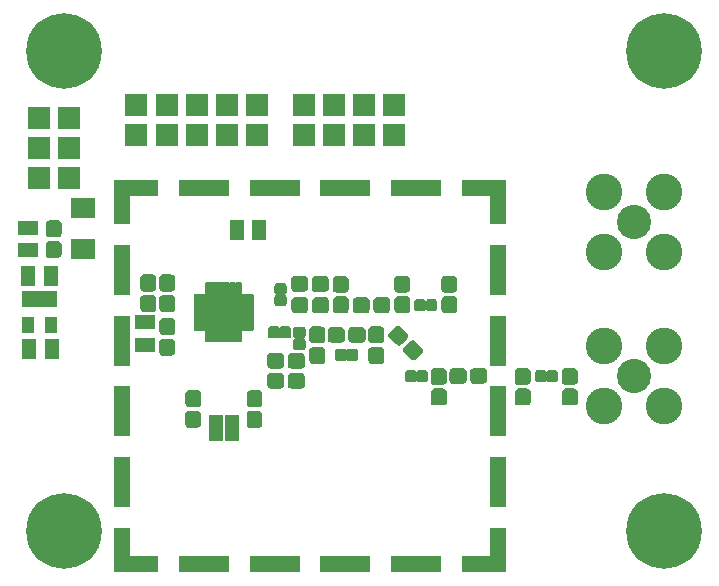
<source format=gbr>
G04 #@! TF.GenerationSoftware,KiCad,Pcbnew,(5.99.0-257-gdf3fabfa2)*
G04 #@! TF.CreationDate,2019-11-06T08:10:32+01:00*
G04 #@! TF.ProjectId,ISM02A,49534d30-3241-42e6-9b69-6361645f7063,REV*
G04 #@! TF.SameCoordinates,Original*
G04 #@! TF.FileFunction,Soldermask,Bot*
G04 #@! TF.FilePolarity,Negative*
%FSLAX46Y46*%
G04 Gerber Fmt 4.6, Leading zero omitted, Abs format (unit mm)*
G04 Created by KiCad (PCBNEW (5.99.0-257-gdf3fabfa2)) date 2019-11-06 08:10:32*
%MOMM*%
%LPD*%
G04 APERTURE LIST*
%ADD10R,1.797000X1.289000*%
%ADD11R,1.289000X1.797000*%
%ADD12R,1.050000X1.460000*%
%ADD13R,2.100000X1.700000*%
%ADD14R,1.924000X1.924000*%
%ADD15C,3.100000*%
%ADD16C,2.900000*%
%ADD17C,6.400000*%
%ADD18R,1.250000X1.150000*%
%ADD19R,4.200000X1.400000*%
%ADD20R,1.400000X4.200000*%
%ADD21R,2.700000X1.400000*%
%ADD22R,1.400000X3.700000*%
%ADD23R,1.400000X2.700000*%
%ADD24R,3.700000X1.400000*%
G04 APERTURE END LIST*
G36*
X163227932Y-107145354D02*
G01*
X163329441Y-107203960D01*
X163404784Y-107293750D01*
X163450000Y-107462500D01*
X163450000Y-108137500D01*
X163429646Y-108252932D01*
X163371040Y-108354441D01*
X163281250Y-108429784D01*
X163112500Y-108475000D01*
X162337500Y-108475000D01*
X162222068Y-108454646D01*
X162120559Y-108396040D01*
X162045216Y-108306250D01*
X162000000Y-108137500D01*
X162000000Y-107462500D01*
X162020354Y-107347068D01*
X162078960Y-107245559D01*
X162168750Y-107170216D01*
X162337500Y-107125000D01*
X163112500Y-107125000D01*
X163227932Y-107145354D01*
G37*
G36*
X164977932Y-107145354D02*
G01*
X165079441Y-107203960D01*
X165154784Y-107293750D01*
X165200000Y-107462500D01*
X165200000Y-108137500D01*
X165179646Y-108252932D01*
X165121040Y-108354441D01*
X165031250Y-108429784D01*
X164862500Y-108475000D01*
X164087500Y-108475000D01*
X163972068Y-108454646D01*
X163870559Y-108396040D01*
X163795216Y-108306250D01*
X163750000Y-108137500D01*
X163750000Y-107462500D01*
X163770354Y-107347068D01*
X163828960Y-107245559D01*
X163918750Y-107170216D01*
X164087500Y-107125000D01*
X164862500Y-107125000D01*
X164977932Y-107145354D01*
G37*
D10*
X136600000Y-100652500D03*
X136600000Y-98747500D03*
D11*
X138552500Y-102800000D03*
X136647500Y-102800000D03*
X138652500Y-109000000D03*
X136747500Y-109000000D03*
G36*
X139252932Y-98120354D02*
G01*
X139354441Y-98178960D01*
X139429784Y-98268750D01*
X139475000Y-98437500D01*
X139475000Y-99212500D01*
X139454646Y-99327932D01*
X139396040Y-99429441D01*
X139306250Y-99504784D01*
X139137500Y-99550000D01*
X138462500Y-99550000D01*
X138347068Y-99529646D01*
X138245559Y-99471040D01*
X138170216Y-99381250D01*
X138125000Y-99212500D01*
X138125000Y-98437500D01*
X138145354Y-98322068D01*
X138203960Y-98220559D01*
X138293750Y-98145216D01*
X138462500Y-98100000D01*
X139137500Y-98100000D01*
X139252932Y-98120354D01*
G37*
G36*
X139252932Y-99870354D02*
G01*
X139354441Y-99928960D01*
X139429784Y-100018750D01*
X139475000Y-100187500D01*
X139475000Y-100962500D01*
X139454646Y-101077932D01*
X139396040Y-101179441D01*
X139306250Y-101254784D01*
X139137500Y-101300000D01*
X138462500Y-101300000D01*
X138347068Y-101279646D01*
X138245559Y-101221040D01*
X138170216Y-101131250D01*
X138125000Y-100962500D01*
X138125000Y-100187500D01*
X138145354Y-100072068D01*
X138203960Y-99970559D01*
X138293750Y-99895216D01*
X138462500Y-99850000D01*
X139137500Y-99850000D01*
X139252932Y-99870354D01*
G37*
D12*
X136650000Y-104800000D03*
X137600000Y-104800000D03*
X138550000Y-104800000D03*
X138550000Y-107000000D03*
X136650000Y-107000000D03*
G36*
X157757214Y-107098840D02*
G01*
X157837509Y-107152491D01*
X157891160Y-107232786D01*
X157910000Y-107327500D01*
X157910000Y-107872500D01*
X157891160Y-107967214D01*
X157837509Y-108047509D01*
X157757214Y-108101160D01*
X157662500Y-108120000D01*
X157167500Y-108120000D01*
X157072786Y-108101160D01*
X156992491Y-108047509D01*
X156938840Y-107967214D01*
X156920000Y-107872500D01*
X156920000Y-107327500D01*
X156938840Y-107232786D01*
X156992491Y-107152491D01*
X157072786Y-107098840D01*
X157167500Y-107080000D01*
X157662500Y-107080000D01*
X157757214Y-107098840D01*
G37*
G36*
X158727214Y-107098840D02*
G01*
X158807509Y-107152491D01*
X158861160Y-107232786D01*
X158880000Y-107327500D01*
X158880000Y-107872500D01*
X158861160Y-107967214D01*
X158807509Y-108047509D01*
X158727214Y-108101160D01*
X158632500Y-108120000D01*
X158137500Y-108120000D01*
X158042786Y-108101160D01*
X157962491Y-108047509D01*
X157908840Y-107967214D01*
X157890000Y-107872500D01*
X157890000Y-107327500D01*
X157908840Y-107232786D01*
X157962491Y-107152491D01*
X158042786Y-107098840D01*
X158137500Y-107080000D01*
X158632500Y-107080000D01*
X158727214Y-107098840D01*
G37*
G36*
X156252932Y-114270354D02*
G01*
X156354441Y-114328960D01*
X156429784Y-114418750D01*
X156475000Y-114587500D01*
X156475000Y-115362500D01*
X156454646Y-115477932D01*
X156396040Y-115579441D01*
X156306250Y-115654784D01*
X156137500Y-115700000D01*
X155462500Y-115700000D01*
X155347068Y-115679646D01*
X155245559Y-115621040D01*
X155170216Y-115531250D01*
X155125000Y-115362500D01*
X155125000Y-114587500D01*
X155145354Y-114472068D01*
X155203960Y-114370559D01*
X155293750Y-114295216D01*
X155462500Y-114250000D01*
X156137500Y-114250000D01*
X156252932Y-114270354D01*
G37*
G36*
X156252932Y-112520354D02*
G01*
X156354441Y-112578960D01*
X156429784Y-112668750D01*
X156475000Y-112837500D01*
X156475000Y-113612500D01*
X156454646Y-113727932D01*
X156396040Y-113829441D01*
X156306250Y-113904784D01*
X156137500Y-113950000D01*
X155462500Y-113950000D01*
X155347068Y-113929646D01*
X155245559Y-113871040D01*
X155170216Y-113781250D01*
X155125000Y-113612500D01*
X155125000Y-112837500D01*
X155145354Y-112722068D01*
X155203960Y-112620559D01*
X155293750Y-112545216D01*
X155462500Y-112500000D01*
X156137500Y-112500000D01*
X156252932Y-112520354D01*
G37*
G36*
X151052932Y-112520354D02*
G01*
X151154441Y-112578960D01*
X151229784Y-112668750D01*
X151275000Y-112837500D01*
X151275000Y-113612500D01*
X151254646Y-113727932D01*
X151196040Y-113829441D01*
X151106250Y-113904784D01*
X150937500Y-113950000D01*
X150262500Y-113950000D01*
X150147068Y-113929646D01*
X150045559Y-113871040D01*
X149970216Y-113781250D01*
X149925000Y-113612500D01*
X149925000Y-112837500D01*
X149945354Y-112722068D01*
X150003960Y-112620559D01*
X150093750Y-112545216D01*
X150262500Y-112500000D01*
X150937500Y-112500000D01*
X151052932Y-112520354D01*
G37*
G36*
X151052932Y-114270354D02*
G01*
X151154441Y-114328960D01*
X151229784Y-114418750D01*
X151275000Y-114587500D01*
X151275000Y-115362500D01*
X151254646Y-115477932D01*
X151196040Y-115579441D01*
X151106250Y-115654784D01*
X150937500Y-115700000D01*
X150262500Y-115700000D01*
X150147068Y-115679646D01*
X150045559Y-115621040D01*
X149970216Y-115531250D01*
X149925000Y-115362500D01*
X149925000Y-114587500D01*
X149945354Y-114472068D01*
X150003960Y-114370559D01*
X150093750Y-114295216D01*
X150262500Y-114250000D01*
X150937500Y-114250000D01*
X151052932Y-114270354D01*
G37*
G36*
X148852932Y-108170354D02*
G01*
X148954441Y-108228960D01*
X149029784Y-108318750D01*
X149075000Y-108487500D01*
X149075000Y-109262500D01*
X149054646Y-109377932D01*
X148996040Y-109479441D01*
X148906250Y-109554784D01*
X148737500Y-109600000D01*
X148062500Y-109600000D01*
X147947068Y-109579646D01*
X147845559Y-109521040D01*
X147770216Y-109431250D01*
X147725000Y-109262500D01*
X147725000Y-108487500D01*
X147745354Y-108372068D01*
X147803960Y-108270559D01*
X147893750Y-108195216D01*
X148062500Y-108150000D01*
X148737500Y-108150000D01*
X148852932Y-108170354D01*
G37*
G36*
X148852932Y-106420354D02*
G01*
X148954441Y-106478960D01*
X149029784Y-106568750D01*
X149075000Y-106737500D01*
X149075000Y-107512500D01*
X149054646Y-107627932D01*
X148996040Y-107729441D01*
X148906250Y-107804784D01*
X148737500Y-107850000D01*
X148062500Y-107850000D01*
X147947068Y-107829646D01*
X147845559Y-107771040D01*
X147770216Y-107681250D01*
X147725000Y-107512500D01*
X147725000Y-106737500D01*
X147745354Y-106622068D01*
X147803960Y-106520559D01*
X147893750Y-106445216D01*
X148062500Y-106400000D01*
X148737500Y-106400000D01*
X148852932Y-106420354D01*
G37*
G36*
X147252932Y-102720354D02*
G01*
X147354441Y-102778960D01*
X147429784Y-102868750D01*
X147475000Y-103037500D01*
X147475000Y-103812500D01*
X147454646Y-103927932D01*
X147396040Y-104029441D01*
X147306250Y-104104784D01*
X147137500Y-104150000D01*
X146462500Y-104150000D01*
X146347068Y-104129646D01*
X146245559Y-104071040D01*
X146170216Y-103981250D01*
X146125000Y-103812500D01*
X146125000Y-103037500D01*
X146145354Y-102922068D01*
X146203960Y-102820559D01*
X146293750Y-102745216D01*
X146462500Y-102700000D01*
X147137500Y-102700000D01*
X147252932Y-102720354D01*
G37*
G36*
X147252932Y-104470354D02*
G01*
X147354441Y-104528960D01*
X147429784Y-104618750D01*
X147475000Y-104787500D01*
X147475000Y-105562500D01*
X147454646Y-105677932D01*
X147396040Y-105779441D01*
X147306250Y-105854784D01*
X147137500Y-105900000D01*
X146462500Y-105900000D01*
X146347068Y-105879646D01*
X146245559Y-105821040D01*
X146170216Y-105731250D01*
X146125000Y-105562500D01*
X146125000Y-104787500D01*
X146145354Y-104672068D01*
X146203960Y-104570559D01*
X146293750Y-104495216D01*
X146462500Y-104450000D01*
X147137500Y-104450000D01*
X147252932Y-104470354D01*
G37*
G36*
X148852932Y-102720354D02*
G01*
X148954441Y-102778960D01*
X149029784Y-102868750D01*
X149075000Y-103037500D01*
X149075000Y-103812500D01*
X149054646Y-103927932D01*
X148996040Y-104029441D01*
X148906250Y-104104784D01*
X148737500Y-104150000D01*
X148062500Y-104150000D01*
X147947068Y-104129646D01*
X147845559Y-104071040D01*
X147770216Y-103981250D01*
X147725000Y-103812500D01*
X147725000Y-103037500D01*
X147745354Y-102922068D01*
X147803960Y-102820559D01*
X147893750Y-102745216D01*
X148062500Y-102700000D01*
X148737500Y-102700000D01*
X148852932Y-102720354D01*
G37*
G36*
X148852932Y-104470354D02*
G01*
X148954441Y-104528960D01*
X149029784Y-104618750D01*
X149075000Y-104787500D01*
X149075000Y-105562500D01*
X149054646Y-105677932D01*
X148996040Y-105779441D01*
X148906250Y-105854784D01*
X148737500Y-105900000D01*
X148062500Y-105900000D01*
X147947068Y-105879646D01*
X147845559Y-105821040D01*
X147770216Y-105731250D01*
X147725000Y-105562500D01*
X147725000Y-104787500D01*
X147745354Y-104672068D01*
X147803960Y-104570559D01*
X147893750Y-104495216D01*
X148062500Y-104450000D01*
X148737500Y-104450000D01*
X148852932Y-104470354D01*
G37*
G36*
X158102932Y-111045354D02*
G01*
X158204441Y-111103960D01*
X158279784Y-111193750D01*
X158325000Y-111362500D01*
X158325000Y-112037500D01*
X158304646Y-112152932D01*
X158246040Y-112254441D01*
X158156250Y-112329784D01*
X157987500Y-112375000D01*
X157212500Y-112375000D01*
X157097068Y-112354646D01*
X156995559Y-112296040D01*
X156920216Y-112206250D01*
X156875000Y-112037500D01*
X156875000Y-111362500D01*
X156895354Y-111247068D01*
X156953960Y-111145559D01*
X157043750Y-111070216D01*
X157212500Y-111025000D01*
X157987500Y-111025000D01*
X158102932Y-111045354D01*
G37*
G36*
X159852932Y-111045354D02*
G01*
X159954441Y-111103960D01*
X160029784Y-111193750D01*
X160075000Y-111362500D01*
X160075000Y-112037500D01*
X160054646Y-112152932D01*
X159996040Y-112254441D01*
X159906250Y-112329784D01*
X159737500Y-112375000D01*
X158962500Y-112375000D01*
X158847068Y-112354646D01*
X158745559Y-112296040D01*
X158670216Y-112206250D01*
X158625000Y-112037500D01*
X158625000Y-111362500D01*
X158645354Y-111247068D01*
X158703960Y-111145559D01*
X158793750Y-111070216D01*
X158962500Y-111025000D01*
X159737500Y-111025000D01*
X159852932Y-111045354D01*
G37*
G36*
X160127932Y-102845354D02*
G01*
X160229441Y-102903960D01*
X160304784Y-102993750D01*
X160350000Y-103162500D01*
X160350000Y-103837500D01*
X160329646Y-103952932D01*
X160271040Y-104054441D01*
X160181250Y-104129784D01*
X160012500Y-104175000D01*
X159237500Y-104175000D01*
X159122068Y-104154646D01*
X159020559Y-104096040D01*
X158945216Y-104006250D01*
X158900000Y-103837500D01*
X158900000Y-103162500D01*
X158920354Y-103047068D01*
X158978960Y-102945559D01*
X159068750Y-102870216D01*
X159237500Y-102825000D01*
X160012500Y-102825000D01*
X160127932Y-102845354D01*
G37*
G36*
X161877932Y-102845354D02*
G01*
X161979441Y-102903960D01*
X162054784Y-102993750D01*
X162100000Y-103162500D01*
X162100000Y-103837500D01*
X162079646Y-103952932D01*
X162021040Y-104054441D01*
X161931250Y-104129784D01*
X161762500Y-104175000D01*
X160987500Y-104175000D01*
X160872068Y-104154646D01*
X160770559Y-104096040D01*
X160695216Y-104006250D01*
X160650000Y-103837500D01*
X160650000Y-103162500D01*
X160670354Y-103047068D01*
X160728960Y-102945559D01*
X160818750Y-102870216D01*
X160987500Y-102825000D01*
X161762500Y-102825000D01*
X161877932Y-102845354D01*
G37*
G36*
X159852932Y-109345354D02*
G01*
X159954441Y-109403960D01*
X160029784Y-109493750D01*
X160075000Y-109662500D01*
X160075000Y-110337500D01*
X160054646Y-110452932D01*
X159996040Y-110554441D01*
X159906250Y-110629784D01*
X159737500Y-110675000D01*
X158962500Y-110675000D01*
X158847068Y-110654646D01*
X158745559Y-110596040D01*
X158670216Y-110506250D01*
X158625000Y-110337500D01*
X158625000Y-109662500D01*
X158645354Y-109547068D01*
X158703960Y-109445559D01*
X158793750Y-109370216D01*
X158962500Y-109325000D01*
X159737500Y-109325000D01*
X159852932Y-109345354D01*
G37*
G36*
X158102932Y-109345354D02*
G01*
X158204441Y-109403960D01*
X158279784Y-109493750D01*
X158325000Y-109662500D01*
X158325000Y-110337500D01*
X158304646Y-110452932D01*
X158246040Y-110554441D01*
X158156250Y-110629784D01*
X157987500Y-110675000D01*
X157212500Y-110675000D01*
X157097068Y-110654646D01*
X156995559Y-110596040D01*
X156920216Y-110506250D01*
X156875000Y-110337500D01*
X156875000Y-109662500D01*
X156895354Y-109547068D01*
X156953960Y-109445559D01*
X157043750Y-109370216D01*
X157212500Y-109325000D01*
X157987500Y-109325000D01*
X158102932Y-109345354D01*
G37*
G36*
X161877932Y-104645354D02*
G01*
X161979441Y-104703960D01*
X162054784Y-104793750D01*
X162100000Y-104962500D01*
X162100000Y-105637500D01*
X162079646Y-105752932D01*
X162021040Y-105854441D01*
X161931250Y-105929784D01*
X161762500Y-105975000D01*
X160987500Y-105975000D01*
X160872068Y-105954646D01*
X160770559Y-105896040D01*
X160695216Y-105806250D01*
X160650000Y-105637500D01*
X160650000Y-104962500D01*
X160670354Y-104847068D01*
X160728960Y-104745559D01*
X160818750Y-104670216D01*
X160987500Y-104625000D01*
X161762500Y-104625000D01*
X161877932Y-104645354D01*
G37*
G36*
X160127932Y-104645354D02*
G01*
X160229441Y-104703960D01*
X160304784Y-104793750D01*
X160350000Y-104962500D01*
X160350000Y-105637500D01*
X160329646Y-105752932D01*
X160271040Y-105854441D01*
X160181250Y-105929784D01*
X160012500Y-105975000D01*
X159237500Y-105975000D01*
X159122068Y-105954646D01*
X159020559Y-105896040D01*
X158945216Y-105806250D01*
X158900000Y-105637500D01*
X158900000Y-104962500D01*
X158920354Y-104847068D01*
X158978960Y-104745559D01*
X159068750Y-104670216D01*
X159237500Y-104625000D01*
X160012500Y-104625000D01*
X160127932Y-104645354D01*
G37*
G36*
X161552932Y-107120354D02*
G01*
X161654441Y-107178960D01*
X161729784Y-107268750D01*
X161775000Y-107437500D01*
X161775000Y-108212500D01*
X161754646Y-108327932D01*
X161696040Y-108429441D01*
X161606250Y-108504784D01*
X161437500Y-108550000D01*
X160762500Y-108550000D01*
X160647068Y-108529646D01*
X160545559Y-108471040D01*
X160470216Y-108381250D01*
X160425000Y-108212500D01*
X160425000Y-107437500D01*
X160445354Y-107322068D01*
X160503960Y-107220559D01*
X160593750Y-107145216D01*
X160762500Y-107100000D01*
X161437500Y-107100000D01*
X161552932Y-107120354D01*
G37*
G36*
X161552932Y-108870354D02*
G01*
X161654441Y-108928960D01*
X161729784Y-109018750D01*
X161775000Y-109187500D01*
X161775000Y-109962500D01*
X161754646Y-110077932D01*
X161696040Y-110179441D01*
X161606250Y-110254784D01*
X161437500Y-110300000D01*
X160762500Y-110300000D01*
X160647068Y-110279646D01*
X160545559Y-110221040D01*
X160470216Y-110131250D01*
X160425000Y-109962500D01*
X160425000Y-109187500D01*
X160445354Y-109072068D01*
X160503960Y-108970559D01*
X160593750Y-108895216D01*
X160762500Y-108850000D01*
X161437500Y-108850000D01*
X161552932Y-108870354D01*
G37*
G36*
X163552932Y-102820354D02*
G01*
X163654441Y-102878960D01*
X163729784Y-102968750D01*
X163775000Y-103137500D01*
X163775000Y-103912500D01*
X163754646Y-104027932D01*
X163696040Y-104129441D01*
X163606250Y-104204784D01*
X163437500Y-104250000D01*
X162762500Y-104250000D01*
X162647068Y-104229646D01*
X162545559Y-104171040D01*
X162470216Y-104081250D01*
X162425000Y-103912500D01*
X162425000Y-103137500D01*
X162445354Y-103022068D01*
X162503960Y-102920559D01*
X162593750Y-102845216D01*
X162762500Y-102800000D01*
X163437500Y-102800000D01*
X163552932Y-102820354D01*
G37*
G36*
X163552932Y-104570354D02*
G01*
X163654441Y-104628960D01*
X163729784Y-104718750D01*
X163775000Y-104887500D01*
X163775000Y-105662500D01*
X163754646Y-105777932D01*
X163696040Y-105879441D01*
X163606250Y-105954784D01*
X163437500Y-106000000D01*
X162762500Y-106000000D01*
X162647068Y-105979646D01*
X162545559Y-105921040D01*
X162470216Y-105831250D01*
X162425000Y-105662500D01*
X162425000Y-104887500D01*
X162445354Y-104772068D01*
X162503960Y-104670559D01*
X162593750Y-104595216D01*
X162762500Y-104550000D01*
X163437500Y-104550000D01*
X163552932Y-104570354D01*
G37*
G36*
X166552932Y-108870354D02*
G01*
X166654441Y-108928960D01*
X166729784Y-109018750D01*
X166775000Y-109187500D01*
X166775000Y-109962500D01*
X166754646Y-110077932D01*
X166696040Y-110179441D01*
X166606250Y-110254784D01*
X166437500Y-110300000D01*
X165762500Y-110300000D01*
X165647068Y-110279646D01*
X165545559Y-110221040D01*
X165470216Y-110131250D01*
X165425000Y-109962500D01*
X165425000Y-109187500D01*
X165445354Y-109072068D01*
X165503960Y-108970559D01*
X165593750Y-108895216D01*
X165762500Y-108850000D01*
X166437500Y-108850000D01*
X166552932Y-108870354D01*
G37*
G36*
X166552932Y-107120354D02*
G01*
X166654441Y-107178960D01*
X166729784Y-107268750D01*
X166775000Y-107437500D01*
X166775000Y-108212500D01*
X166754646Y-108327932D01*
X166696040Y-108429441D01*
X166606250Y-108504784D01*
X166437500Y-108550000D01*
X165762500Y-108550000D01*
X165647068Y-108529646D01*
X165545559Y-108471040D01*
X165470216Y-108381250D01*
X165425000Y-108212500D01*
X165425000Y-107437500D01*
X165445354Y-107322068D01*
X165503960Y-107220559D01*
X165593750Y-107145216D01*
X165762500Y-107100000D01*
X166437500Y-107100000D01*
X166552932Y-107120354D01*
G37*
G36*
X169270714Y-108280066D02*
G01*
X169422012Y-108367417D01*
X169970019Y-108915424D01*
X170037249Y-109011439D01*
X170067586Y-109124658D01*
X170057370Y-109241424D01*
X169970019Y-109392722D01*
X169492722Y-109870019D01*
X169396707Y-109937249D01*
X169283488Y-109967586D01*
X169166722Y-109957370D01*
X169015424Y-109870019D01*
X168467417Y-109322012D01*
X168400187Y-109225997D01*
X168369850Y-109112778D01*
X168380066Y-108996012D01*
X168467417Y-108844714D01*
X168944714Y-108367417D01*
X169040729Y-108300187D01*
X169153948Y-108269850D01*
X169270714Y-108280066D01*
G37*
G36*
X168033278Y-107042630D02*
G01*
X168184576Y-107129981D01*
X168732583Y-107677988D01*
X168799813Y-107774003D01*
X168830150Y-107887222D01*
X168819934Y-108003988D01*
X168732583Y-108155286D01*
X168255286Y-108632583D01*
X168159271Y-108699813D01*
X168046052Y-108730150D01*
X167929286Y-108719934D01*
X167777988Y-108632583D01*
X167229981Y-108084576D01*
X167162751Y-107988561D01*
X167132414Y-107875342D01*
X167142630Y-107758576D01*
X167229981Y-107607278D01*
X167707278Y-107129981D01*
X167803293Y-107062751D01*
X167916512Y-107032414D01*
X168033278Y-107042630D01*
G37*
G36*
X171852932Y-112370354D02*
G01*
X171954441Y-112428960D01*
X172029784Y-112518750D01*
X172075000Y-112687500D01*
X172075000Y-113462500D01*
X172054646Y-113577932D01*
X171996040Y-113679441D01*
X171906250Y-113754784D01*
X171737500Y-113800000D01*
X171062500Y-113800000D01*
X170947068Y-113779646D01*
X170845559Y-113721040D01*
X170770216Y-113631250D01*
X170725000Y-113462500D01*
X170725000Y-112687500D01*
X170745354Y-112572068D01*
X170803960Y-112470559D01*
X170893750Y-112395216D01*
X171062500Y-112350000D01*
X171737500Y-112350000D01*
X171852932Y-112370354D01*
G37*
G36*
X171852932Y-110620354D02*
G01*
X171954441Y-110678960D01*
X172029784Y-110768750D01*
X172075000Y-110937500D01*
X172075000Y-111712500D01*
X172054646Y-111827932D01*
X171996040Y-111929441D01*
X171906250Y-112004784D01*
X171737500Y-112050000D01*
X171062500Y-112050000D01*
X170947068Y-112029646D01*
X170845559Y-111971040D01*
X170770216Y-111881250D01*
X170725000Y-111712500D01*
X170725000Y-110937500D01*
X170745354Y-110822068D01*
X170803960Y-110720559D01*
X170893750Y-110645216D01*
X171062500Y-110600000D01*
X171737500Y-110600000D01*
X171852932Y-110620354D01*
G37*
G36*
X175277932Y-110645354D02*
G01*
X175379441Y-110703960D01*
X175454784Y-110793750D01*
X175500000Y-110962500D01*
X175500000Y-111637500D01*
X175479646Y-111752932D01*
X175421040Y-111854441D01*
X175331250Y-111929784D01*
X175162500Y-111975000D01*
X174387500Y-111975000D01*
X174272068Y-111954646D01*
X174170559Y-111896040D01*
X174095216Y-111806250D01*
X174050000Y-111637500D01*
X174050000Y-110962500D01*
X174070354Y-110847068D01*
X174128960Y-110745559D01*
X174218750Y-110670216D01*
X174387500Y-110625000D01*
X175162500Y-110625000D01*
X175277932Y-110645354D01*
G37*
G36*
X173527932Y-110645354D02*
G01*
X173629441Y-110703960D01*
X173704784Y-110793750D01*
X173750000Y-110962500D01*
X173750000Y-111637500D01*
X173729646Y-111752932D01*
X173671040Y-111854441D01*
X173581250Y-111929784D01*
X173412500Y-111975000D01*
X172637500Y-111975000D01*
X172522068Y-111954646D01*
X172420559Y-111896040D01*
X172345216Y-111806250D01*
X172300000Y-111637500D01*
X172300000Y-110962500D01*
X172320354Y-110847068D01*
X172378960Y-110745559D01*
X172468750Y-110670216D01*
X172637500Y-110625000D01*
X173412500Y-110625000D01*
X173527932Y-110645354D01*
G37*
G36*
X165327932Y-104645354D02*
G01*
X165429441Y-104703960D01*
X165504784Y-104793750D01*
X165550000Y-104962500D01*
X165550000Y-105637500D01*
X165529646Y-105752932D01*
X165471040Y-105854441D01*
X165381250Y-105929784D01*
X165212500Y-105975000D01*
X164437500Y-105975000D01*
X164322068Y-105954646D01*
X164220559Y-105896040D01*
X164145216Y-105806250D01*
X164100000Y-105637500D01*
X164100000Y-104962500D01*
X164120354Y-104847068D01*
X164178960Y-104745559D01*
X164268750Y-104670216D01*
X164437500Y-104625000D01*
X165212500Y-104625000D01*
X165327932Y-104645354D01*
G37*
G36*
X167077932Y-104645354D02*
G01*
X167179441Y-104703960D01*
X167254784Y-104793750D01*
X167300000Y-104962500D01*
X167300000Y-105637500D01*
X167279646Y-105752932D01*
X167221040Y-105854441D01*
X167131250Y-105929784D01*
X166962500Y-105975000D01*
X166187500Y-105975000D01*
X166072068Y-105954646D01*
X165970559Y-105896040D01*
X165895216Y-105806250D01*
X165850000Y-105637500D01*
X165850000Y-104962500D01*
X165870354Y-104847068D01*
X165928960Y-104745559D01*
X166018750Y-104670216D01*
X166187500Y-104625000D01*
X166962500Y-104625000D01*
X167077932Y-104645354D01*
G37*
G36*
X178952932Y-110620354D02*
G01*
X179054441Y-110678960D01*
X179129784Y-110768750D01*
X179175000Y-110937500D01*
X179175000Y-111712500D01*
X179154646Y-111827932D01*
X179096040Y-111929441D01*
X179006250Y-112004784D01*
X178837500Y-112050000D01*
X178162500Y-112050000D01*
X178047068Y-112029646D01*
X177945559Y-111971040D01*
X177870216Y-111881250D01*
X177825000Y-111712500D01*
X177825000Y-110937500D01*
X177845354Y-110822068D01*
X177903960Y-110720559D01*
X177993750Y-110645216D01*
X178162500Y-110600000D01*
X178837500Y-110600000D01*
X178952932Y-110620354D01*
G37*
G36*
X178952932Y-112370354D02*
G01*
X179054441Y-112428960D01*
X179129784Y-112518750D01*
X179175000Y-112687500D01*
X179175000Y-113462500D01*
X179154646Y-113577932D01*
X179096040Y-113679441D01*
X179006250Y-113754784D01*
X178837500Y-113800000D01*
X178162500Y-113800000D01*
X178047068Y-113779646D01*
X177945559Y-113721040D01*
X177870216Y-113631250D01*
X177825000Y-113462500D01*
X177825000Y-112687500D01*
X177845354Y-112572068D01*
X177903960Y-112470559D01*
X177993750Y-112395216D01*
X178162500Y-112350000D01*
X178837500Y-112350000D01*
X178952932Y-112370354D01*
G37*
G36*
X168752932Y-102820354D02*
G01*
X168854441Y-102878960D01*
X168929784Y-102968750D01*
X168975000Y-103137500D01*
X168975000Y-103912500D01*
X168954646Y-104027932D01*
X168896040Y-104129441D01*
X168806250Y-104204784D01*
X168637500Y-104250000D01*
X167962500Y-104250000D01*
X167847068Y-104229646D01*
X167745559Y-104171040D01*
X167670216Y-104081250D01*
X167625000Y-103912500D01*
X167625000Y-103137500D01*
X167645354Y-103022068D01*
X167703960Y-102920559D01*
X167793750Y-102845216D01*
X167962500Y-102800000D01*
X168637500Y-102800000D01*
X168752932Y-102820354D01*
G37*
G36*
X168752932Y-104570354D02*
G01*
X168854441Y-104628960D01*
X168929784Y-104718750D01*
X168975000Y-104887500D01*
X168975000Y-105662500D01*
X168954646Y-105777932D01*
X168896040Y-105879441D01*
X168806250Y-105954784D01*
X168637500Y-106000000D01*
X167962500Y-106000000D01*
X167847068Y-105979646D01*
X167745559Y-105921040D01*
X167670216Y-105831250D01*
X167625000Y-105662500D01*
X167625000Y-104887500D01*
X167645354Y-104772068D01*
X167703960Y-104670559D01*
X167793750Y-104595216D01*
X167962500Y-104550000D01*
X168637500Y-104550000D01*
X168752932Y-104570354D01*
G37*
G36*
X182952932Y-112370354D02*
G01*
X183054441Y-112428960D01*
X183129784Y-112518750D01*
X183175000Y-112687500D01*
X183175000Y-113462500D01*
X183154646Y-113577932D01*
X183096040Y-113679441D01*
X183006250Y-113754784D01*
X182837500Y-113800000D01*
X182162500Y-113800000D01*
X182047068Y-113779646D01*
X181945559Y-113721040D01*
X181870216Y-113631250D01*
X181825000Y-113462500D01*
X181825000Y-112687500D01*
X181845354Y-112572068D01*
X181903960Y-112470559D01*
X181993750Y-112395216D01*
X182162500Y-112350000D01*
X182837500Y-112350000D01*
X182952932Y-112370354D01*
G37*
G36*
X182952932Y-110620354D02*
G01*
X183054441Y-110678960D01*
X183129784Y-110768750D01*
X183175000Y-110937500D01*
X183175000Y-111712500D01*
X183154646Y-111827932D01*
X183096040Y-111929441D01*
X183006250Y-112004784D01*
X182837500Y-112050000D01*
X182162500Y-112050000D01*
X182047068Y-112029646D01*
X181945559Y-111971040D01*
X181870216Y-111881250D01*
X181825000Y-111712500D01*
X181825000Y-110937500D01*
X181845354Y-110822068D01*
X181903960Y-110720559D01*
X181993750Y-110645216D01*
X182162500Y-110600000D01*
X182837500Y-110600000D01*
X182952932Y-110620354D01*
G37*
G36*
X172752932Y-104570354D02*
G01*
X172854441Y-104628960D01*
X172929784Y-104718750D01*
X172975000Y-104887500D01*
X172975000Y-105662500D01*
X172954646Y-105777932D01*
X172896040Y-105879441D01*
X172806250Y-105954784D01*
X172637500Y-106000000D01*
X171962500Y-106000000D01*
X171847068Y-105979646D01*
X171745559Y-105921040D01*
X171670216Y-105831250D01*
X171625000Y-105662500D01*
X171625000Y-104887500D01*
X171645354Y-104772068D01*
X171703960Y-104670559D01*
X171793750Y-104595216D01*
X171962500Y-104550000D01*
X172637500Y-104550000D01*
X172752932Y-104570354D01*
G37*
G36*
X172752932Y-102820354D02*
G01*
X172854441Y-102878960D01*
X172929784Y-102968750D01*
X172975000Y-103137500D01*
X172975000Y-103912500D01*
X172954646Y-104027932D01*
X172896040Y-104129441D01*
X172806250Y-104204784D01*
X172637500Y-104250000D01*
X171962500Y-104250000D01*
X171847068Y-104229646D01*
X171745559Y-104171040D01*
X171670216Y-104081250D01*
X171625000Y-103912500D01*
X171625000Y-103137500D01*
X171645354Y-103022068D01*
X171703960Y-102920559D01*
X171793750Y-102845216D01*
X171962500Y-102800000D01*
X172637500Y-102800000D01*
X172752932Y-102820354D01*
G37*
D13*
X141300000Y-100550000D03*
X141300000Y-97050000D03*
D14*
X137530000Y-89460000D03*
X140070000Y-89460000D03*
X137530000Y-92000000D03*
X140070000Y-92000000D03*
X137530000Y-94540000D03*
X140070000Y-94540000D03*
X156000000Y-88330000D03*
X156000000Y-90870000D03*
X165100000Y-90870000D03*
X165100000Y-88330000D03*
X160000000Y-90870000D03*
X160000000Y-88330000D03*
X162550000Y-88330000D03*
X162550000Y-90870000D03*
X167650000Y-90870000D03*
X167650000Y-88330000D03*
X150900000Y-88330000D03*
X150900000Y-90870000D03*
X148350000Y-90870000D03*
X148350000Y-88330000D03*
X145800000Y-90870000D03*
X145800000Y-88330000D03*
X153450000Y-88330000D03*
X153450000Y-90870000D03*
D15*
X190440000Y-108760000D03*
X185360000Y-108760000D03*
X185360000Y-113840000D03*
X190440000Y-113840000D03*
D16*
X187900000Y-111300000D03*
X187900000Y-98300000D03*
D15*
X190440000Y-100840000D03*
X185360000Y-100840000D03*
X185360000Y-95760000D03*
X190440000Y-95760000D03*
D10*
X146500000Y-108652500D03*
X146500000Y-106747500D03*
G36*
X158367214Y-103438840D02*
G01*
X158447509Y-103492491D01*
X158501160Y-103572786D01*
X158520000Y-103667500D01*
X158520000Y-104162500D01*
X158501160Y-104257214D01*
X158447509Y-104337509D01*
X158367214Y-104391160D01*
X158272500Y-104410000D01*
X157727500Y-104410000D01*
X157632786Y-104391160D01*
X157552491Y-104337509D01*
X157498840Y-104257214D01*
X157480000Y-104162500D01*
X157480000Y-103667500D01*
X157498840Y-103572786D01*
X157552491Y-103492491D01*
X157632786Y-103438840D01*
X157727500Y-103420000D01*
X158272500Y-103420000D01*
X158367214Y-103438840D01*
G37*
G36*
X158367214Y-104408840D02*
G01*
X158447509Y-104462491D01*
X158501160Y-104542786D01*
X158520000Y-104637500D01*
X158520000Y-105132500D01*
X158501160Y-105227214D01*
X158447509Y-105307509D01*
X158367214Y-105361160D01*
X158272500Y-105380000D01*
X157727500Y-105380000D01*
X157632786Y-105361160D01*
X157552491Y-105307509D01*
X157498840Y-105227214D01*
X157480000Y-105132500D01*
X157480000Y-104637500D01*
X157498840Y-104542786D01*
X157552491Y-104462491D01*
X157632786Y-104408840D01*
X157727500Y-104390000D01*
X158272500Y-104390000D01*
X158367214Y-104408840D01*
G37*
G36*
X159967214Y-108108840D02*
G01*
X160047509Y-108162491D01*
X160101160Y-108242786D01*
X160120000Y-108337500D01*
X160120000Y-108832500D01*
X160101160Y-108927214D01*
X160047509Y-109007509D01*
X159967214Y-109061160D01*
X159872500Y-109080000D01*
X159327500Y-109080000D01*
X159232786Y-109061160D01*
X159152491Y-109007509D01*
X159098840Y-108927214D01*
X159080000Y-108832500D01*
X159080000Y-108337500D01*
X159098840Y-108242786D01*
X159152491Y-108162491D01*
X159232786Y-108108840D01*
X159327500Y-108090000D01*
X159872500Y-108090000D01*
X159967214Y-108108840D01*
G37*
G36*
X159967214Y-107138840D02*
G01*
X160047509Y-107192491D01*
X160101160Y-107272786D01*
X160120000Y-107367500D01*
X160120000Y-107862500D01*
X160101160Y-107957214D01*
X160047509Y-108037509D01*
X159967214Y-108091160D01*
X159872500Y-108110000D01*
X159327500Y-108110000D01*
X159232786Y-108091160D01*
X159152491Y-108037509D01*
X159098840Y-107957214D01*
X159080000Y-107862500D01*
X159080000Y-107367500D01*
X159098840Y-107272786D01*
X159152491Y-107192491D01*
X159232786Y-107138840D01*
X159327500Y-107120000D01*
X159872500Y-107120000D01*
X159967214Y-107138840D01*
G37*
G36*
X164427214Y-108998840D02*
G01*
X164507509Y-109052491D01*
X164561160Y-109132786D01*
X164580000Y-109227500D01*
X164580000Y-109772500D01*
X164561160Y-109867214D01*
X164507509Y-109947509D01*
X164427214Y-110001160D01*
X164332500Y-110020000D01*
X163837500Y-110020000D01*
X163742786Y-110001160D01*
X163662491Y-109947509D01*
X163608840Y-109867214D01*
X163590000Y-109772500D01*
X163590000Y-109227500D01*
X163608840Y-109132786D01*
X163662491Y-109052491D01*
X163742786Y-108998840D01*
X163837500Y-108980000D01*
X164332500Y-108980000D01*
X164427214Y-108998840D01*
G37*
G36*
X163457214Y-108998840D02*
G01*
X163537509Y-109052491D01*
X163591160Y-109132786D01*
X163610000Y-109227500D01*
X163610000Y-109772500D01*
X163591160Y-109867214D01*
X163537509Y-109947509D01*
X163457214Y-110001160D01*
X163362500Y-110020000D01*
X162867500Y-110020000D01*
X162772786Y-110001160D01*
X162692491Y-109947509D01*
X162638840Y-109867214D01*
X162620000Y-109772500D01*
X162620000Y-109227500D01*
X162638840Y-109132786D01*
X162692491Y-109052491D01*
X162772786Y-108998840D01*
X162867500Y-108980000D01*
X163362500Y-108980000D01*
X163457214Y-108998840D01*
G37*
G36*
X170327214Y-110798840D02*
G01*
X170407509Y-110852491D01*
X170461160Y-110932786D01*
X170480000Y-111027500D01*
X170480000Y-111572500D01*
X170461160Y-111667214D01*
X170407509Y-111747509D01*
X170327214Y-111801160D01*
X170232500Y-111820000D01*
X169737500Y-111820000D01*
X169642786Y-111801160D01*
X169562491Y-111747509D01*
X169508840Y-111667214D01*
X169490000Y-111572500D01*
X169490000Y-111027500D01*
X169508840Y-110932786D01*
X169562491Y-110852491D01*
X169642786Y-110798840D01*
X169737500Y-110780000D01*
X170232500Y-110780000D01*
X170327214Y-110798840D01*
G37*
G36*
X169357214Y-110798840D02*
G01*
X169437509Y-110852491D01*
X169491160Y-110932786D01*
X169510000Y-111027500D01*
X169510000Y-111572500D01*
X169491160Y-111667214D01*
X169437509Y-111747509D01*
X169357214Y-111801160D01*
X169262500Y-111820000D01*
X168767500Y-111820000D01*
X168672786Y-111801160D01*
X168592491Y-111747509D01*
X168538840Y-111667214D01*
X168520000Y-111572500D01*
X168520000Y-111027500D01*
X168538840Y-110932786D01*
X168592491Y-110852491D01*
X168672786Y-110798840D01*
X168767500Y-110780000D01*
X169262500Y-110780000D01*
X169357214Y-110798840D01*
G37*
G36*
X181327214Y-110798840D02*
G01*
X181407509Y-110852491D01*
X181461160Y-110932786D01*
X181480000Y-111027500D01*
X181480000Y-111572500D01*
X181461160Y-111667214D01*
X181407509Y-111747509D01*
X181327214Y-111801160D01*
X181232500Y-111820000D01*
X180737500Y-111820000D01*
X180642786Y-111801160D01*
X180562491Y-111747509D01*
X180508840Y-111667214D01*
X180490000Y-111572500D01*
X180490000Y-111027500D01*
X180508840Y-110932786D01*
X180562491Y-110852491D01*
X180642786Y-110798840D01*
X180737500Y-110780000D01*
X181232500Y-110780000D01*
X181327214Y-110798840D01*
G37*
G36*
X180357214Y-110798840D02*
G01*
X180437509Y-110852491D01*
X180491160Y-110932786D01*
X180510000Y-111027500D01*
X180510000Y-111572500D01*
X180491160Y-111667214D01*
X180437509Y-111747509D01*
X180357214Y-111801160D01*
X180262500Y-111820000D01*
X179767500Y-111820000D01*
X179672786Y-111801160D01*
X179592491Y-111747509D01*
X179538840Y-111667214D01*
X179520000Y-111572500D01*
X179520000Y-111027500D01*
X179538840Y-110932786D01*
X179592491Y-110852491D01*
X179672786Y-110798840D01*
X179767500Y-110780000D01*
X180262500Y-110780000D01*
X180357214Y-110798840D01*
G37*
G36*
X170157214Y-104798840D02*
G01*
X170237509Y-104852491D01*
X170291160Y-104932786D01*
X170310000Y-105027500D01*
X170310000Y-105572500D01*
X170291160Y-105667214D01*
X170237509Y-105747509D01*
X170157214Y-105801160D01*
X170062500Y-105820000D01*
X169567500Y-105820000D01*
X169472786Y-105801160D01*
X169392491Y-105747509D01*
X169338840Y-105667214D01*
X169320000Y-105572500D01*
X169320000Y-105027500D01*
X169338840Y-104932786D01*
X169392491Y-104852491D01*
X169472786Y-104798840D01*
X169567500Y-104780000D01*
X170062500Y-104780000D01*
X170157214Y-104798840D01*
G37*
G36*
X171127214Y-104798840D02*
G01*
X171207509Y-104852491D01*
X171261160Y-104932786D01*
X171280000Y-105027500D01*
X171280000Y-105572500D01*
X171261160Y-105667214D01*
X171207509Y-105747509D01*
X171127214Y-105801160D01*
X171032500Y-105820000D01*
X170537500Y-105820000D01*
X170442786Y-105801160D01*
X170362491Y-105747509D01*
X170308840Y-105667214D01*
X170290000Y-105572500D01*
X170290000Y-105027500D01*
X170308840Y-104932786D01*
X170362491Y-104852491D01*
X170442786Y-104798840D01*
X170537500Y-104780000D01*
X171032500Y-104780000D01*
X171127214Y-104798840D01*
G37*
D17*
X190500000Y-83820000D03*
X139700000Y-83820000D03*
X190500000Y-124460000D03*
X139700000Y-124460000D03*
D11*
X156206500Y-98904000D03*
X154301500Y-98904000D03*
G36*
X154515742Y-104419479D02*
G01*
X154605874Y-104475286D01*
X154669759Y-104559883D01*
X154700000Y-104688462D01*
X154700000Y-107111538D01*
X154680521Y-107215742D01*
X154624714Y-107305874D01*
X154540117Y-107369759D01*
X154411538Y-107400000D01*
X151988462Y-107400000D01*
X151884258Y-107380521D01*
X151794126Y-107324714D01*
X151730241Y-107240117D01*
X151700000Y-107111538D01*
X151700000Y-104688462D01*
X151719479Y-104584258D01*
X151775286Y-104494126D01*
X151859883Y-104430241D01*
X151988462Y-104400000D01*
X154411538Y-104400000D01*
X154515742Y-104419479D01*
G37*
G36*
X154674686Y-107237370D02*
G01*
X154727405Y-107272595D01*
X154762630Y-107325314D01*
X154775000Y-107387500D01*
X154775000Y-108287500D01*
X154762630Y-108349686D01*
X154727405Y-108402405D01*
X154674686Y-108437630D01*
X154612500Y-108450000D01*
X154287500Y-108450000D01*
X154225314Y-108437630D01*
X154172595Y-108402405D01*
X154137370Y-108349686D01*
X154125000Y-108287500D01*
X154125000Y-107387500D01*
X154137370Y-107325314D01*
X154172595Y-107272595D01*
X154225314Y-107237370D01*
X154287500Y-107225000D01*
X154612500Y-107225000D01*
X154674686Y-107237370D01*
G37*
G36*
X154174686Y-107237370D02*
G01*
X154227405Y-107272595D01*
X154262630Y-107325314D01*
X154275000Y-107387500D01*
X154275000Y-108287500D01*
X154262630Y-108349686D01*
X154227405Y-108402405D01*
X154174686Y-108437630D01*
X154112500Y-108450000D01*
X153787500Y-108450000D01*
X153725314Y-108437630D01*
X153672595Y-108402405D01*
X153637370Y-108349686D01*
X153625000Y-108287500D01*
X153625000Y-107387500D01*
X153637370Y-107325314D01*
X153672595Y-107272595D01*
X153725314Y-107237370D01*
X153787500Y-107225000D01*
X154112500Y-107225000D01*
X154174686Y-107237370D01*
G37*
G36*
X153674686Y-107237370D02*
G01*
X153727405Y-107272595D01*
X153762630Y-107325314D01*
X153775000Y-107387500D01*
X153775000Y-108287500D01*
X153762630Y-108349686D01*
X153727405Y-108402405D01*
X153674686Y-108437630D01*
X153612500Y-108450000D01*
X153287500Y-108450000D01*
X153225314Y-108437630D01*
X153172595Y-108402405D01*
X153137370Y-108349686D01*
X153125000Y-108287500D01*
X153125000Y-107387500D01*
X153137370Y-107325314D01*
X153172595Y-107272595D01*
X153225314Y-107237370D01*
X153287500Y-107225000D01*
X153612500Y-107225000D01*
X153674686Y-107237370D01*
G37*
G36*
X153174686Y-107237370D02*
G01*
X153227405Y-107272595D01*
X153262630Y-107325314D01*
X153275000Y-107387500D01*
X153275000Y-108287500D01*
X153262630Y-108349686D01*
X153227405Y-108402405D01*
X153174686Y-108437630D01*
X153112500Y-108450000D01*
X152787500Y-108450000D01*
X152725314Y-108437630D01*
X152672595Y-108402405D01*
X152637370Y-108349686D01*
X152625000Y-108287500D01*
X152625000Y-107387500D01*
X152637370Y-107325314D01*
X152672595Y-107272595D01*
X152725314Y-107237370D01*
X152787500Y-107225000D01*
X153112500Y-107225000D01*
X153174686Y-107237370D01*
G37*
G36*
X152674686Y-107237370D02*
G01*
X152727405Y-107272595D01*
X152762630Y-107325314D01*
X152775000Y-107387500D01*
X152775000Y-108287500D01*
X152762630Y-108349686D01*
X152727405Y-108402405D01*
X152674686Y-108437630D01*
X152612500Y-108450000D01*
X152287500Y-108450000D01*
X152225314Y-108437630D01*
X152172595Y-108402405D01*
X152137370Y-108349686D01*
X152125000Y-108287500D01*
X152125000Y-107387500D01*
X152137370Y-107325314D01*
X152172595Y-107272595D01*
X152225314Y-107237370D01*
X152287500Y-107225000D01*
X152612500Y-107225000D01*
X152674686Y-107237370D01*
G37*
G36*
X152174686Y-107237370D02*
G01*
X152227405Y-107272595D01*
X152262630Y-107325314D01*
X152275000Y-107387500D01*
X152275000Y-108287500D01*
X152262630Y-108349686D01*
X152227405Y-108402405D01*
X152174686Y-108437630D01*
X152112500Y-108450000D01*
X151787500Y-108450000D01*
X151725314Y-108437630D01*
X151672595Y-108402405D01*
X151637370Y-108349686D01*
X151625000Y-108287500D01*
X151625000Y-107387500D01*
X151637370Y-107325314D01*
X151672595Y-107272595D01*
X151725314Y-107237370D01*
X151787500Y-107225000D01*
X152112500Y-107225000D01*
X152174686Y-107237370D01*
G37*
G36*
X151774686Y-106837370D02*
G01*
X151827405Y-106872595D01*
X151862630Y-106925314D01*
X151875000Y-106987500D01*
X151875000Y-107312500D01*
X151862630Y-107374686D01*
X151827405Y-107427405D01*
X151774686Y-107462630D01*
X151712500Y-107475000D01*
X150812500Y-107475000D01*
X150750314Y-107462630D01*
X150697595Y-107427405D01*
X150662370Y-107374686D01*
X150650000Y-107312500D01*
X150650000Y-106987500D01*
X150662370Y-106925314D01*
X150697595Y-106872595D01*
X150750314Y-106837370D01*
X150812500Y-106825000D01*
X151712500Y-106825000D01*
X151774686Y-106837370D01*
G37*
G36*
X151774686Y-106337370D02*
G01*
X151827405Y-106372595D01*
X151862630Y-106425314D01*
X151875000Y-106487500D01*
X151875000Y-106812500D01*
X151862630Y-106874686D01*
X151827405Y-106927405D01*
X151774686Y-106962630D01*
X151712500Y-106975000D01*
X150812500Y-106975000D01*
X150750314Y-106962630D01*
X150697595Y-106927405D01*
X150662370Y-106874686D01*
X150650000Y-106812500D01*
X150650000Y-106487500D01*
X150662370Y-106425314D01*
X150697595Y-106372595D01*
X150750314Y-106337370D01*
X150812500Y-106325000D01*
X151712500Y-106325000D01*
X151774686Y-106337370D01*
G37*
G36*
X151774686Y-105837370D02*
G01*
X151827405Y-105872595D01*
X151862630Y-105925314D01*
X151875000Y-105987500D01*
X151875000Y-106312500D01*
X151862630Y-106374686D01*
X151827405Y-106427405D01*
X151774686Y-106462630D01*
X151712500Y-106475000D01*
X150812500Y-106475000D01*
X150750314Y-106462630D01*
X150697595Y-106427405D01*
X150662370Y-106374686D01*
X150650000Y-106312500D01*
X150650000Y-105987500D01*
X150662370Y-105925314D01*
X150697595Y-105872595D01*
X150750314Y-105837370D01*
X150812500Y-105825000D01*
X151712500Y-105825000D01*
X151774686Y-105837370D01*
G37*
G36*
X151774686Y-105337370D02*
G01*
X151827405Y-105372595D01*
X151862630Y-105425314D01*
X151875000Y-105487500D01*
X151875000Y-105812500D01*
X151862630Y-105874686D01*
X151827405Y-105927405D01*
X151774686Y-105962630D01*
X151712500Y-105975000D01*
X150812500Y-105975000D01*
X150750314Y-105962630D01*
X150697595Y-105927405D01*
X150662370Y-105874686D01*
X150650000Y-105812500D01*
X150650000Y-105487500D01*
X150662370Y-105425314D01*
X150697595Y-105372595D01*
X150750314Y-105337370D01*
X150812500Y-105325000D01*
X151712500Y-105325000D01*
X151774686Y-105337370D01*
G37*
G36*
X151774686Y-104837370D02*
G01*
X151827405Y-104872595D01*
X151862630Y-104925314D01*
X151875000Y-104987500D01*
X151875000Y-105312500D01*
X151862630Y-105374686D01*
X151827405Y-105427405D01*
X151774686Y-105462630D01*
X151712500Y-105475000D01*
X150812500Y-105475000D01*
X150750314Y-105462630D01*
X150697595Y-105427405D01*
X150662370Y-105374686D01*
X150650000Y-105312500D01*
X150650000Y-104987500D01*
X150662370Y-104925314D01*
X150697595Y-104872595D01*
X150750314Y-104837370D01*
X150812500Y-104825000D01*
X151712500Y-104825000D01*
X151774686Y-104837370D01*
G37*
G36*
X151774686Y-104337370D02*
G01*
X151827405Y-104372595D01*
X151862630Y-104425314D01*
X151875000Y-104487500D01*
X151875000Y-104812500D01*
X151862630Y-104874686D01*
X151827405Y-104927405D01*
X151774686Y-104962630D01*
X151712500Y-104975000D01*
X150812500Y-104975000D01*
X150750314Y-104962630D01*
X150697595Y-104927405D01*
X150662370Y-104874686D01*
X150650000Y-104812500D01*
X150650000Y-104487500D01*
X150662370Y-104425314D01*
X150697595Y-104372595D01*
X150750314Y-104337370D01*
X150812500Y-104325000D01*
X151712500Y-104325000D01*
X151774686Y-104337370D01*
G37*
G36*
X152174686Y-103362370D02*
G01*
X152227405Y-103397595D01*
X152262630Y-103450314D01*
X152275000Y-103512500D01*
X152275000Y-104412500D01*
X152262630Y-104474686D01*
X152227405Y-104527405D01*
X152174686Y-104562630D01*
X152112500Y-104575000D01*
X151787500Y-104575000D01*
X151725314Y-104562630D01*
X151672595Y-104527405D01*
X151637370Y-104474686D01*
X151625000Y-104412500D01*
X151625000Y-103512500D01*
X151637370Y-103450314D01*
X151672595Y-103397595D01*
X151725314Y-103362370D01*
X151787500Y-103350000D01*
X152112500Y-103350000D01*
X152174686Y-103362370D01*
G37*
G36*
X152674686Y-103362370D02*
G01*
X152727405Y-103397595D01*
X152762630Y-103450314D01*
X152775000Y-103512500D01*
X152775000Y-104412500D01*
X152762630Y-104474686D01*
X152727405Y-104527405D01*
X152674686Y-104562630D01*
X152612500Y-104575000D01*
X152287500Y-104575000D01*
X152225314Y-104562630D01*
X152172595Y-104527405D01*
X152137370Y-104474686D01*
X152125000Y-104412500D01*
X152125000Y-103512500D01*
X152137370Y-103450314D01*
X152172595Y-103397595D01*
X152225314Y-103362370D01*
X152287500Y-103350000D01*
X152612500Y-103350000D01*
X152674686Y-103362370D01*
G37*
G36*
X153174686Y-103362370D02*
G01*
X153227405Y-103397595D01*
X153262630Y-103450314D01*
X153275000Y-103512500D01*
X153275000Y-104412500D01*
X153262630Y-104474686D01*
X153227405Y-104527405D01*
X153174686Y-104562630D01*
X153112500Y-104575000D01*
X152787500Y-104575000D01*
X152725314Y-104562630D01*
X152672595Y-104527405D01*
X152637370Y-104474686D01*
X152625000Y-104412500D01*
X152625000Y-103512500D01*
X152637370Y-103450314D01*
X152672595Y-103397595D01*
X152725314Y-103362370D01*
X152787500Y-103350000D01*
X153112500Y-103350000D01*
X153174686Y-103362370D01*
G37*
G36*
X153674686Y-103362370D02*
G01*
X153727405Y-103397595D01*
X153762630Y-103450314D01*
X153775000Y-103512500D01*
X153775000Y-104412500D01*
X153762630Y-104474686D01*
X153727405Y-104527405D01*
X153674686Y-104562630D01*
X153612500Y-104575000D01*
X153287500Y-104575000D01*
X153225314Y-104562630D01*
X153172595Y-104527405D01*
X153137370Y-104474686D01*
X153125000Y-104412500D01*
X153125000Y-103512500D01*
X153137370Y-103450314D01*
X153172595Y-103397595D01*
X153225314Y-103362370D01*
X153287500Y-103350000D01*
X153612500Y-103350000D01*
X153674686Y-103362370D01*
G37*
G36*
X154174686Y-103362370D02*
G01*
X154227405Y-103397595D01*
X154262630Y-103450314D01*
X154275000Y-103512500D01*
X154275000Y-104412500D01*
X154262630Y-104474686D01*
X154227405Y-104527405D01*
X154174686Y-104562630D01*
X154112500Y-104575000D01*
X153787500Y-104575000D01*
X153725314Y-104562630D01*
X153672595Y-104527405D01*
X153637370Y-104474686D01*
X153625000Y-104412500D01*
X153625000Y-103512500D01*
X153637370Y-103450314D01*
X153672595Y-103397595D01*
X153725314Y-103362370D01*
X153787500Y-103350000D01*
X154112500Y-103350000D01*
X154174686Y-103362370D01*
G37*
G36*
X154674686Y-103362370D02*
G01*
X154727405Y-103397595D01*
X154762630Y-103450314D01*
X154775000Y-103512500D01*
X154775000Y-104412500D01*
X154762630Y-104474686D01*
X154727405Y-104527405D01*
X154674686Y-104562630D01*
X154612500Y-104575000D01*
X154287500Y-104575000D01*
X154225314Y-104562630D01*
X154172595Y-104527405D01*
X154137370Y-104474686D01*
X154125000Y-104412500D01*
X154125000Y-103512500D01*
X154137370Y-103450314D01*
X154172595Y-103397595D01*
X154225314Y-103362370D01*
X154287500Y-103350000D01*
X154612500Y-103350000D01*
X154674686Y-103362370D01*
G37*
G36*
X155649686Y-104337370D02*
G01*
X155702405Y-104372595D01*
X155737630Y-104425314D01*
X155750000Y-104487500D01*
X155750000Y-104812500D01*
X155737630Y-104874686D01*
X155702405Y-104927405D01*
X155649686Y-104962630D01*
X155587500Y-104975000D01*
X154687500Y-104975000D01*
X154625314Y-104962630D01*
X154572595Y-104927405D01*
X154537370Y-104874686D01*
X154525000Y-104812500D01*
X154525000Y-104487500D01*
X154537370Y-104425314D01*
X154572595Y-104372595D01*
X154625314Y-104337370D01*
X154687500Y-104325000D01*
X155587500Y-104325000D01*
X155649686Y-104337370D01*
G37*
G36*
X155649686Y-104837370D02*
G01*
X155702405Y-104872595D01*
X155737630Y-104925314D01*
X155750000Y-104987500D01*
X155750000Y-105312500D01*
X155737630Y-105374686D01*
X155702405Y-105427405D01*
X155649686Y-105462630D01*
X155587500Y-105475000D01*
X154687500Y-105475000D01*
X154625314Y-105462630D01*
X154572595Y-105427405D01*
X154537370Y-105374686D01*
X154525000Y-105312500D01*
X154525000Y-104987500D01*
X154537370Y-104925314D01*
X154572595Y-104872595D01*
X154625314Y-104837370D01*
X154687500Y-104825000D01*
X155587500Y-104825000D01*
X155649686Y-104837370D01*
G37*
G36*
X155649686Y-105337370D02*
G01*
X155702405Y-105372595D01*
X155737630Y-105425314D01*
X155750000Y-105487500D01*
X155750000Y-105812500D01*
X155737630Y-105874686D01*
X155702405Y-105927405D01*
X155649686Y-105962630D01*
X155587500Y-105975000D01*
X154687500Y-105975000D01*
X154625314Y-105962630D01*
X154572595Y-105927405D01*
X154537370Y-105874686D01*
X154525000Y-105812500D01*
X154525000Y-105487500D01*
X154537370Y-105425314D01*
X154572595Y-105372595D01*
X154625314Y-105337370D01*
X154687500Y-105325000D01*
X155587500Y-105325000D01*
X155649686Y-105337370D01*
G37*
G36*
X155649686Y-105837370D02*
G01*
X155702405Y-105872595D01*
X155737630Y-105925314D01*
X155750000Y-105987500D01*
X155750000Y-106312500D01*
X155737630Y-106374686D01*
X155702405Y-106427405D01*
X155649686Y-106462630D01*
X155587500Y-106475000D01*
X154687500Y-106475000D01*
X154625314Y-106462630D01*
X154572595Y-106427405D01*
X154537370Y-106374686D01*
X154525000Y-106312500D01*
X154525000Y-105987500D01*
X154537370Y-105925314D01*
X154572595Y-105872595D01*
X154625314Y-105837370D01*
X154687500Y-105825000D01*
X155587500Y-105825000D01*
X155649686Y-105837370D01*
G37*
G36*
X155649686Y-106337370D02*
G01*
X155702405Y-106372595D01*
X155737630Y-106425314D01*
X155750000Y-106487500D01*
X155750000Y-106812500D01*
X155737630Y-106874686D01*
X155702405Y-106927405D01*
X155649686Y-106962630D01*
X155587500Y-106975000D01*
X154687500Y-106975000D01*
X154625314Y-106962630D01*
X154572595Y-106927405D01*
X154537370Y-106874686D01*
X154525000Y-106812500D01*
X154525000Y-106487500D01*
X154537370Y-106425314D01*
X154572595Y-106372595D01*
X154625314Y-106337370D01*
X154687500Y-106325000D01*
X155587500Y-106325000D01*
X155649686Y-106337370D01*
G37*
G36*
X155649686Y-106837370D02*
G01*
X155702405Y-106872595D01*
X155737630Y-106925314D01*
X155750000Y-106987500D01*
X155750000Y-107312500D01*
X155737630Y-107374686D01*
X155702405Y-107427405D01*
X155649686Y-107462630D01*
X155587500Y-107475000D01*
X154687500Y-107475000D01*
X154625314Y-107462630D01*
X154572595Y-107427405D01*
X154537370Y-107374686D01*
X154525000Y-107312500D01*
X154525000Y-106987500D01*
X154537370Y-106925314D01*
X154572595Y-106872595D01*
X154625314Y-106837370D01*
X154687500Y-106825000D01*
X155587500Y-106825000D01*
X155649686Y-106837370D01*
G37*
D18*
X153875000Y-116225000D03*
X152525000Y-115175000D03*
X152525000Y-116225000D03*
X153875000Y-115175000D03*
D19*
X157500000Y-127200000D03*
X163500000Y-127200000D03*
X169500000Y-127200000D03*
X151500000Y-127200000D03*
D20*
X176400000Y-102300000D03*
D21*
X174750000Y-127200000D03*
D20*
X176400000Y-108300000D03*
D22*
X176400000Y-126050000D03*
D20*
X176400000Y-114300000D03*
X176400000Y-120300000D03*
D19*
X151500000Y-95400000D03*
D23*
X176400000Y-97050000D03*
D19*
X157500000Y-95400000D03*
D24*
X175250000Y-95400000D03*
D19*
X163500000Y-95400000D03*
X169500000Y-95400000D03*
D23*
X144600000Y-125550000D03*
D24*
X145750000Y-127200000D03*
D21*
X146250000Y-95400000D03*
D22*
X144600000Y-96550000D03*
D20*
X144600000Y-120300000D03*
X144600000Y-114300000D03*
X144600000Y-108300000D03*
X144600000Y-102300000D03*
M02*

</source>
